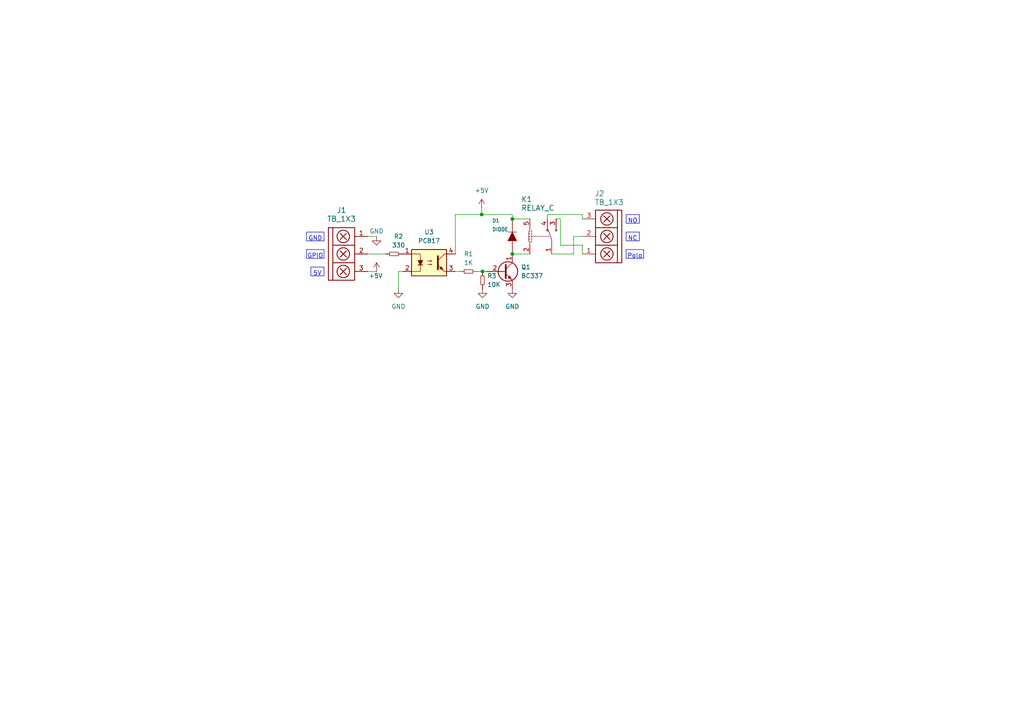
<source format=kicad_sch>
(kicad_sch (version 20231120) (generator "eeschema") (generator_version "8.0")
  (paper "A4")
  (lib_symbols
    (symbol "EESTN5:BC547" (pin_names (offset 0) hide)
      (property "Reference" "Q" (at 5.08 1.905 0))
      (property "Value" "BC547" (at 5.08 0 0))
      (symbol "BC547_0_1"
        (polyline (pts (xy 0 0) (xy 0.635 0)))
        (polyline (pts (xy 0.635 0.635) (xy 2.54 2.54)))
        (polyline (pts (xy 0.635 -0.635) (xy 2.54 -2.54) (xy 2.54 -2.54)))
        (polyline (pts (xy 0.635 1.905) (xy 0.635 -1.905) (xy 0.635 -1.905)) (stroke (width 0.508)))
        (polyline (pts (xy 1.27 -1.778) (xy 1.778 -1.27) (xy 2.286 -2.286) (xy 1.27 -1.778) (xy 1.27 -1.778)) (fill (type outline)))
        (circle (center 1.27 0) (radius 2.8194) (stroke (width 0.254)))
      )
      (symbol "BC547_1_1"
        (pin passive line (at 2.54 5.08 270) (length 2.54) (name "C") (number "1"))
        (pin input line (at -5.08 0 0) (length 5.08) (name "B") (number "2"))
        (pin passive line (at 2.54 -5.08 90) (length 2.54) (name "E") (number "3"))
      )
    )
    (symbol "EESTN5:DIODE" (pin_numbers hide) (pin_names (offset 1.016) hide)
      (property "Reference" "D" (at 0 2.54 0))
      (property "Value" "DIODE" (at 0 -2.54 0))
      (symbol "DIODE_0_1"
        (polyline (pts (xy -1.27 1.27) (xy -1.27 -1.27)))
        (polyline (pts (xy 1.27 1.27) (xy 1.27 -1.27)) (stroke (width 0.1524)))
        (polyline (pts (xy -1.27 1.27) (xy 1.27 0) (xy -1.27 -1.27)) (fill (type outline)))
      )
      (symbol "DIODE_1_1"
        (pin passive line (at -5.08 0 0) (length 3.81) (name "A") (number "1"))
        (pin passive line (at 5.08 0 180) (length 3.81) (name "K") (number "2"))
      )
    )
    (symbol "EESTN5:PC817" (pin_names (offset 1.016))
      (property "Reference" "U" (at -5.08 5.08 0))
      (property "Value" "PC817" (at 0 5.08 0))
      (symbol "PC817_0_1"
        (rectangle (start -5.08 3.81) (end 5.08 -3.81) (stroke (width 0.254)) (fill (type background)))
        (polyline (pts (xy -3.175 -0.635) (xy -1.905 -0.635)) (stroke (width 0.254)))
        (polyline (pts (xy 2.54 0.635) (xy 4.445 2.54)))
        (polyline (pts (xy 4.445 -2.54) (xy 2.54 -0.635)) (fill (type outline)))
        (polyline (pts (xy 4.445 -2.54) (xy 5.08 -2.54)))
        (polyline (pts (xy 4.445 2.54) (xy 5.08 2.54)))
        (polyline (pts (xy -5.08 2.54) (xy -2.54 2.54) (xy -2.54 0.635)))
        (polyline (pts (xy -2.54 -0.635) (xy -2.54 -2.54) (xy -5.08 -2.54)))
        (polyline (pts (xy 2.54 1.905) (xy 2.54 -1.905) (xy 2.54 -1.905)) (stroke (width 0.508)))
        (polyline (pts (xy -2.54 -0.635) (xy -3.175 0.635) (xy -1.905 0.635) (xy -2.54 -0.635)) (stroke (width 0.254)) (fill (type outline)))
        (polyline (pts (xy -0.508 -0.508) (xy 0.762 -0.508) (xy 0.381 -0.635) (xy 0.381 -0.381) (xy 0.762 -0.508)))
        (polyline (pts (xy -0.508 0.508) (xy 0.762 0.508) (xy 0.381 0.381) (xy 0.381 0.635) (xy 0.762 0.508)))
        (polyline (pts (xy 3.048 -1.651) (xy 3.556 -1.143) (xy 4.064 -2.159) (xy 3.048 -1.651) (xy 3.048 -1.651)) (fill (type outline)))
      )
      (symbol "PC817_1_1"
        (pin passive line (at -7.62 2.54 0) (length 2.54) (name "~") (number "1"))
        (pin passive line (at -7.62 -2.54 0) (length 2.54) (name "~") (number "2"))
        (pin passive line (at 7.62 -2.54 180) (length 2.54) (name "~") (number "3"))
        (pin passive line (at 7.62 2.54 180) (length 2.54) (name "~") (number "4"))
      )
    )
    (symbol "EESTN5:R" (pin_numbers hide) (pin_names (offset 0))
      (property "Reference" "R" (at -1.27 0 90))
      (property "Value" "R" (at 1.27 0 90))
      (symbol "R_0_1"
        (rectangle (start 0.508 1.27) (end -0.508 -1.27))
      )
      (symbol "R_1_1"
        (pin passive line (at 0 2.54 270) (length 1.27) (name "~") (number "1"))
        (pin passive line (at 0 -2.54 90) (length 1.27) (name "~") (number "2"))
      )
    )
    (symbol "EESTN5:RELAY_C" (pin_names (offset 1.016))
      (property "Reference" "K" (at 0 6.35 0))
      (property "Value" "RELAY_C" (at 0 -5.969 0))
      (symbol "RELAY_C_0_1"
        (arc (start -0.762 3.81) (mid -1.143 4.1894) (end -1.524 3.81))
        (polyline (pts (xy -1.778 3.302) (xy -1.27 3.302) (xy -1.27 3.302)))
        (polyline (pts (xy -1.524 -2.54) (xy -2.54 -2.54) (xy -2.54 -2.54)))
        (polyline (pts (xy -1.524 3.81) (xy -2.54 3.81) (xy -2.54 3.81)))
        (polyline (pts (xy -1.016 3.302) (xy -0.508 3.302) (xy -0.508 3.302)))
        (polyline (pts (xy -0.254 3.302) (xy 0.254 3.302) (xy 0.254 3.302)))
        (polyline (pts (xy 0 -1.27) (xy 0 -1.778) (xy 0 -1.778)))
        (polyline (pts (xy 0 -0.508) (xy 0 -1.016) (xy 0 -1.016)))
        (polyline (pts (xy 0 0.254) (xy 0 -0.254) (xy 0 -0.254)))
        (polyline (pts (xy 0 1.016) (xy 0 0.508) (xy 0 0.508)))
        (polyline (pts (xy 0 1.778) (xy 0 1.27) (xy 0 1.27)))
        (polyline (pts (xy 0 2.54) (xy 0 2.032) (xy 0 2.032)))
        (polyline (pts (xy 0 3.302) (xy 0 2.794) (xy 0 2.794)))
        (polyline (pts (xy 0.508 3.302) (xy 1.016 3.302) (xy 1.016 3.302)))
        (polyline (pts (xy 1.27 3.302) (xy 1.778 3.302) (xy 1.778 3.302)))
        (polyline (pts (xy 1.524 3.81) (xy 2.54 3.81) (xy 2.54 3.81)))
        (polyline (pts (xy 2.54 -3.81) (xy 1.778 -3.81) (xy 1.778 -3.81)))
        (polyline (pts (xy 2.54 -1.27) (xy 1.778 -1.27) (xy 1.778 -1.27)))
        (polyline (pts (xy -1.524 -2.54) (xy -1.016 -2.54) (xy 2.032 -1.524) (xy 2.032 -1.524)))
        (arc (start 0 3.81) (mid -0.381 4.1894) (end -0.762 3.81))
        (arc (start 0.762 3.81) (mid 0.381 4.1894) (end 0 3.81))
        (arc (start 1.524 3.81) (mid 1.143 4.1894) (end 0.762 3.81))
        (circle (center 1.778 -3.81) (radius 0.254))
        (circle (center 1.778 -1.27) (radius 0.254))
      )
      (symbol "RELAY_C_1_1"
        (pin passive line (at -5.08 -2.54 0) (length 2.54) (name "~") (number "1"))
        (pin passive line (at -5.08 3.81 0) (length 2.54) (name "~") (number "2"))
        (pin passive line (at 5.08 -3.81 180) (length 2.54) (name "~") (number "3"))
        (pin passive line (at 5.08 -1.27 180) (length 2.54) (name "~") (number "4"))
        (pin passive line (at 5.08 3.81 180) (length 2.54) (name "~") (number "5"))
      )
    )
    (symbol "EESTN5:TB_1X3" (pin_names (offset 1.016))
      (property "Reference" "J" (at 0 7.62 0))
      (property "Value" "TB_1X3" (at 1.27 -11.43 0))
      (symbol "TB_1X3_0_1"
        (rectangle (start -2.54 5.08) (end 5.08 -10.16) (stroke (width 0.254)))
        (polyline (pts (xy -1.27 -5.08) (xy 5.08 -5.08)) (stroke (width 0.254)))
        (polyline (pts (xy -1.27 0) (xy 5.08 0)) (stroke (width 0.254)))
        (polyline (pts (xy -1.27 5.08) (xy -1.27 -10.16)) (stroke (width 0.254)))
        (polyline (pts (xy 0.889 -8.509) (xy 2.667 -6.731)) (stroke (width 0.254)))
        (polyline (pts (xy 0.889 -6.731) (xy 2.667 -8.509)) (stroke (width 0.254)))
        (polyline (pts (xy 0.889 -3.429) (xy 2.667 -1.651)) (stroke (width 0.254)))
        (polyline (pts (xy 0.889 -1.651) (xy 2.667 -3.429)) (stroke (width 0.254)))
        (polyline (pts (xy 0.889 1.651) (xy 2.667 3.429)) (stroke (width 0.254)))
        (polyline (pts (xy 0.889 3.429) (xy 2.667 1.651)) (stroke (width 0.254)))
        (circle (center 1.778 -7.62) (radius 1.8034) (stroke (width 0.254)))
        (circle (center 1.778 -2.54) (radius 1.8034) (stroke (width 0.254)))
        (circle (center 1.778 2.54) (radius 1.8034) (stroke (width 0.254)))
      )
      (symbol "TB_1X3_1_1"
        (pin input line (at 8.89 2.54 180) (length 3.81) (name "~") (number "1"))
        (pin input line (at 8.89 -2.54 180) (length 3.81) (name "~") (number "2"))
        (pin input line (at 8.89 -7.62 180) (length 3.81) (name "~") (number "3"))
      )
    )
    (symbol "power:+5V" (power) (pin_numbers hide) (pin_names (offset 0) hide)
      (property "Value" "+5V" (at 0 3.556 0))
      (symbol "+5V_0_1"
        (polyline (pts (xy -0.762 1.27) (xy 0 2.54)))
        (polyline (pts (xy 0 0) (xy 0 2.54)))
        (polyline (pts (xy 0 2.54) (xy 0.762 1.27)))
      )
      (symbol "+5V_1_1"
        (pin power_in line (at 0 0 90) (length 0) (name "~") (number "1"))
      )
    )
    (symbol "power:GND" (power) (pin_numbers hide) (pin_names (offset 0) hide)
      (property "Value" "GND" (at 0 -3.81 0))
      (symbol "GND_0_1"
        (polyline (pts (xy 0 0) (xy 0 -1.27) (xy 1.27 -1.27) (xy 0 -2.54) (xy -1.27 -1.27) (xy 0 -1.27)))
      )
      (symbol "GND_1_1"
        (pin power_in line (at 0 0 270) (length 0) (name "~") (number "1"))
      )
    )
  )
  (junction (at 139.7 62.23))
  (junction (at 148.59 63.5))
  (junction (at 139.954 78.74))
  (junction (at 148.59 73.66))
  (wire (pts (xy 166.37 68.58) (xy 168.91 68.58)))
  (wire (pts (xy 139.7 62.23) (xy 148.59 62.23)))
  (wire (pts (xy 138.43 78.74) (xy 139.954 78.74)))
  (wire (pts (xy 158.75 62.23) (xy 168.91 62.23)))
  (wire (pts (xy 106.68 78.74) (xy 109.22 78.74)))
  (wire (pts (xy 161.29 63.5) (xy 162.56 63.5)))
  (wire (pts (xy 148.59 63.5) (xy 153.67 63.5)))
  (wire (pts (xy 106.68 68.58) (xy 109.22 68.58)))
  (wire (pts (xy 166.37 73.66) (xy 166.37 68.58)))
  (wire (pts (xy 132.08 73.66) (xy 132.08 62.23)))
  (wire (pts (xy 106.68 73.66) (xy 111.76 73.66)))
  (wire (pts (xy 139.954 78.74) (xy 140.97 78.74)))
  (wire (pts (xy 132.08 78.74) (xy 133.35 78.74)))
  (wire (pts (xy 162.56 63.5) (xy 162.56 71.12)))
  (wire (pts (xy 168.91 71.12) (xy 162.56 71.12)))
  (wire (pts (xy 168.91 62.23) (xy 168.91 63.5)))
  (wire (pts (xy 139.7 62.23) (xy 132.08 62.23)))
  (wire (pts (xy 160.02 73.66) (xy 166.37 73.66)))
  (wire (pts (xy 139.7 60.325) (xy 139.7 62.23)))
  (wire (pts (xy 115.57 78.74) (xy 115.57 83.82)))
  (wire (pts (xy 148.59 73.66) (xy 153.67 73.66)))
  (wire (pts (xy 158.75 63.5) (xy 158.75 62.23)))
  (wire (pts (xy 148.59 62.23) (xy 148.59 63.5)))
  (wire (pts (xy 115.57 78.74) (xy 116.84 78.74)))
  (wire (pts (xy 168.91 71.12) (xy 168.91 73.66)))
  (text_box "GND" (at 88.9 67.31 0) (size 5.08 2.54) (effects (font (size 1.27 1.27)) (justify top)))
  (text_box "NC" (at 181.61 67.31 0) (size 3.81 2.54) (effects (font (size 1.27 1.27)) (justify top)))
  (text_box "NO" (at 181.61 62.23 0) (size 3.81 2.54) (effects (font (size 1.27 1.27)) (justify top)))
  (text_box "5V" (at 90.17 77.47 0) (size 3.81 2.54) (effects (font (size 1.27 1.27)) (justify top)))
  (text_box "GPIO\n" (at 88.9 72.39 0) (size 5.08 2.54) (effects (font (size 1.27 1.27)) (justify top)))
  (text_box "Polo" (at 181.61 72.39 0) (size 5.08 2.54) (effects (font (size 1.27 1.27)) (justify top)))
  (symbol (lib_id "power:GND") (at 139.954 83.82 0) (unit 1)
    (property "Reference" "#PWR06" (effects (hide yes)))
    (property "Value" "GND" (at 139.954 88.9 0))
    (property "Description" "Power symbol creates a global label with name \"GND\" , ground" (effects (hide yes)))
  )
  (symbol (lib_id "EESTN5:PC817") (at 124.46 76.2 0) (unit 1)
    (property "Reference" "U3" (at 124.46 67.31 0))
    (property "Value" "PC817" (at 124.46 69.85 0))
    (property "Footprint" "Package_DIP:DIP-4_W7.62mm" (effects (hide yes)))
    (property "Datasheet" "http://www.soselectronic.cz/a_info/resource/d/pc817.pdf" (effects (hide yes)))
    (property "Description" "DC Optocoupler, Vce 35V, CTR 50-300%, DIP4" (effects (hide yes)))
  )
  (symbol (lib_id "EESTN5:TB_1X3") (at 97.79 71.12 0) (unit 1)
    (property "Reference" "J1" (at 99.06 60.96 0) (effects (font (size 1.524 1.524))))
    (property "Value" "TB_1X3" (at 99.06 63.5 0) (effects (font (size 1.524 1.524))))
    (property "Footprint" "Connector_Molex:Molex_KK-254_AE-6410-03A_1x03_P2.54mm_Vertical" (effects (hide yes)))
  )
  (symbol (lib_id "EESTN5:R") (at 135.89 78.74 90) (unit 1)
    (property "Reference" "R1" (at 135.89 73.66 90))
    (property "Value" "1K" (at 135.89 76.2 90))
    (property "Footprint" "Resistor_THT:R_Axial_DIN0207_L6.3mm_D2.5mm_P10.16mm_Horizontal" (effects (hide yes)))
    (property "Description" "Resistor" (effects (hide yes)))
  )
  (symbol (lib_id "power:+5V") (at 109.22 78.74 0) (unit 1)
    (property "Reference" "#PWR05" (effects (hide yes)))
    (property "Value" "+5V" (at 108.966 80.01 0))
    (property "Description" "Power symbol creates a global label with name \"+5V\"" (effects (hide yes)))
  )
  (symbol (lib_id "power:GND") (at 115.57 83.82 0) (unit 1)
    (property "Reference" "#PWR02" (effects (hide yes)))
    (property "Value" "GND" (at 115.57 88.9 0))
    (property "Description" "Power symbol creates a global label with name \"GND\" , ground" (effects (hide yes)))
  )
  (symbol (lib_id "EESTN5:TB_1X3") (at 177.8 71.12 180) (unit 1)
    (property "Reference" "J2" (at 172.466 56.134 0) (effects (font (size 1.524 1.524)) (justify right)))
    (property "Value" "TB_1X3" (at 172.466 58.674 0) (effects (font (size 1.524 1.524)) (justify right)))
    (property "Footprint" "TerminalBlock:TerminalBlock_bornier-3_P5.08mm" (effects (hide yes)))
  )
  (symbol (lib_id "power:+5V") (at 139.7 60.325 0) (unit 1)
    (property "Reference" "#PWR03" (effects (hide yes)))
    (property "Value" "+5V" (at 139.7 55.245 0))
    (property "Description" "Power symbol creates a global label with name \"+5V\"" (effects (hide yes)))
  )
  (symbol (lib_id "EESTN5:R") (at 114.3 73.66 90) (unit 1)
    (property "Reference" "R2" (at 115.57 68.58 90))
    (property "Value" "330" (at 115.57 71.12 90))
    (property "Footprint" "Resistor_THT:R_Axial_DIN0207_L6.3mm_D2.5mm_P10.16mm_Horizontal" (effects (hide yes)))
    (property "Description" "Resistor" (effects (hide yes)))
  )
  (symbol (lib_id "power:GND") (at 109.22 68.58 0) (unit 1)
    (property "Reference" "#PWR04" (effects (hide yes)))
    (property "Value" "GND" (at 109.22 67.056 0))
    (property "Description" "Power symbol creates a global label with name \"GND\" , ground" (effects (hide yes)))
  )
  (symbol (lib_id "power:GND") (at 148.59 83.82 0) (unit 1)
    (property "Reference" "#PWR01" (effects (hide yes)))
    (property "Value" "GND" (at 148.59 88.9 0))
    (property "Description" "Power symbol creates a global label with name \"GND\" , ground" (effects (hide yes)))
  )
  (symbol (lib_id "EESTN5:BC547") (at 146.05 78.74 0) (unit 1)
    (property "Reference" "Q1" (at 151.13 77.4699 0) (effects (justify left)))
    (property "Value" "BC337" (at 151.13 80.0099 0) (effects (justify left)))
    (property "Footprint" "Package_TO_SOT_THT:TO-92L_Inline_Wide" (effects (hide yes)))
    (property "Datasheet" "http://www.fairchildsemi.com/ds/BC/BC547.pdf" (effects (hide yes)))
    (property "Description" "45V Vce, 0.1A Ic, NPN, Small Signal Transistor, TO-92" (effects (hide yes)))
  )
  (symbol (lib_id "EESTN5:R") (at 139.954 81.28 180) (unit 1)
    (property "Reference" "R3" (at 141.3153 80.0099 0) (effects (justify right)))
    (property "Value" "10K" (at 141.3153 82.5499 0) (effects (justify right)))
    (property "Footprint" "Resistor_THT:R_Axial_DIN0207_L6.3mm_D2.5mm_P10.16mm_Horizontal" (effects (hide yes)))
    (property "Description" "Resistor" (effects (hide yes)))
  )
  (symbol (lib_id "EESTN5:DIODE") (at 148.59 68.58 90) (unit 1)
    (property "Reference" "D1" (at 142.748 64.008 90) (effects (font (size 1.016 1.016)) (justify right)))
    (property "Value" "DIODE" (at 142.748 66.548 90) (effects (font (size 1.016 1.016)) (justify right)))
    (property "Footprint" "Diode_THT:D_A-405_P7.62mm_Horizontal" (effects (hide yes)))
  )
  (symbol (lib_id "EESTN5:RELAY_C") (at 157.48 68.58 90) (unit 1)
    (property "Reference" "K1" (at 151.13 57.785 90) (effects (font (size 1.524 1.524)) (justify right)))
    (property "Value" "RELAY_C" (at 151.13 60.325 90) (effects (font (size 1.524 1.524)) (justify right)))
    (property "Footprint" "Relay_THT:Relay_SPDT_SANYOU_SRD_Series_Form_C" (effects (hide yes)))
  )
)
</source>
